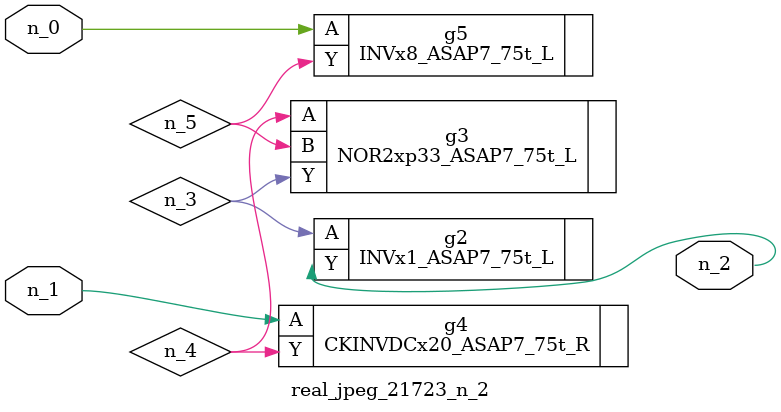
<source format=v>
module real_jpeg_21723_n_2 (n_1, n_0, n_2);

input n_1;
input n_0;

output n_2;

wire n_5;
wire n_4;
wire n_3;

INVx8_ASAP7_75t_L g5 ( 
.A(n_0),
.Y(n_5)
);

CKINVDCx20_ASAP7_75t_R g4 ( 
.A(n_1),
.Y(n_4)
);

INVx1_ASAP7_75t_L g2 ( 
.A(n_3),
.Y(n_2)
);

NOR2xp33_ASAP7_75t_L g3 ( 
.A(n_4),
.B(n_5),
.Y(n_3)
);


endmodule
</source>
